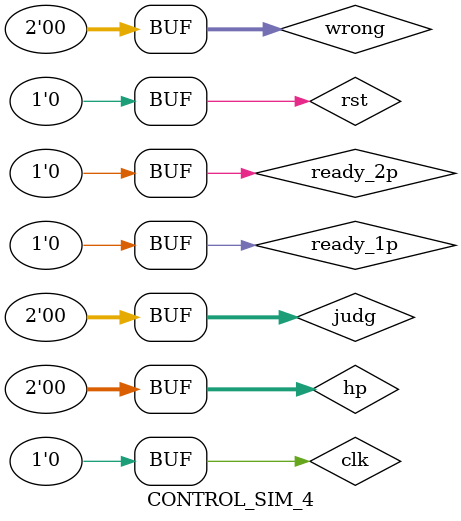
<source format=v>
`timescale 1ns / 100ps
module CONTROL_SIM_4();

reg  clk, rst, ready_1p, ready_2p, que_in, que;
reg [1:0] hp, judg, wrong;

wire ok_2, led_1p, led_2p;
wire [3:0] num, num_2;

JOIN j0(
//---------input---------------
    .CLK(clk),
    .RST(rst),
    .READY_1P(ready_1p),
    .READY_2P(ready_2p),
    .QUE_IN(que_in),
    .HP_IN(hp),//2
    .QUE(que),
    .JUDG_IN(judg),//2
    .WRONG_IN(wrong),//2

//---------output---------------    
	.OK_2(ok_2),
    .LED_1P(led_1p),
    .LED_2P(led_2p),
    .NUM(num),
    .NUM_2(num_2)
);


always begin
        clk = 1;
  #0.8  clk = 0;
  #0.8;
end


initial begin
    rst = 0;
    ready_1p = 0;
    ready_2p = 0;
    que = 0;
    que_in = 0;
    hp = 2'b0;
    judg = 2'b0;
    wrong = 2'b0;


#2  ready_1p = 1;//1PがREADYおした
#2  ready_1p = 0;
#3  ready_2p = 1;//
#2  ready_2p = 0;
#5  que = 1;
//-------ここで問題表示-----
#3  que_in = 1; //入力画面へ切り替え
#3  rst = 1;
#3  rst = 0;
//-------リセット-------
#2  ready_1p = 1;//1PがREADYおした
#2  ready_1p = 0;
#3  ready_2p = 1;//2PがREADYおした
#2  ready_2p = 0;
#5  que = 1;
end
always@(posedge clk) begin
    if(rst)
        que = 0;
        que_in = 0;
end




endmodule
</source>
